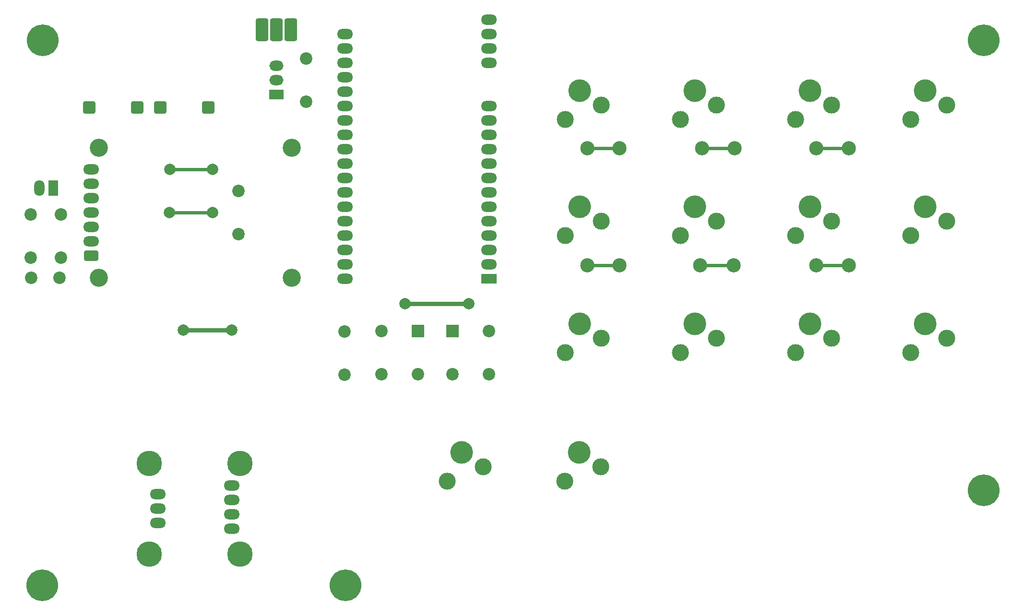
<source format=gbr>
%TF.GenerationSoftware,KiCad,Pcbnew,9.0.0*%
%TF.CreationDate,2025-06-20T14:44:33+02:00*%
%TF.ProjectId,MacroDecKnob,4d616372-6f44-4656-934b-6e6f622e6b69,rev?*%
%TF.SameCoordinates,Original*%
%TF.FileFunction,Copper,L1,Top*%
%TF.FilePolarity,Positive*%
%FSLAX46Y46*%
G04 Gerber Fmt 4.6, Leading zero omitted, Abs format (unit mm)*
G04 Created by KiCad (PCBNEW 9.0.0) date 2025-06-20 14:44:33*
%MOMM*%
%LPD*%
G01*
G04 APERTURE LIST*
G04 Aperture macros list*
%AMRoundRect*
0 Rectangle with rounded corners*
0 $1 Rounding radius*
0 $2 $3 $4 $5 $6 $7 $8 $9 X,Y pos of 4 corners*
0 Add a 4 corners polygon primitive as box body*
4,1,4,$2,$3,$4,$5,$6,$7,$8,$9,$2,$3,0*
0 Add four circle primitives for the rounded corners*
1,1,$1+$1,$2,$3*
1,1,$1+$1,$4,$5*
1,1,$1+$1,$6,$7*
1,1,$1+$1,$8,$9*
0 Add four rect primitives between the rounded corners*
20,1,$1+$1,$2,$3,$4,$5,0*
20,1,$1+$1,$4,$5,$6,$7,0*
20,1,$1+$1,$6,$7,$8,$9,0*
20,1,$1+$1,$8,$9,$2,$3,0*%
G04 Aperture macros list end*
%TA.AperFunction,ComponentPad*%
%ADD10C,2.200000*%
%TD*%
%TA.AperFunction,WasherPad*%
%ADD11C,4.000000*%
%TD*%
%TA.AperFunction,ComponentPad*%
%ADD12C,3.000000*%
%TD*%
%TA.AperFunction,ComponentPad*%
%ADD13R,2.500000X1.800000*%
%TD*%
%TA.AperFunction,ComponentPad*%
%ADD14O,2.500000X1.800000*%
%TD*%
%TA.AperFunction,ComponentPad*%
%ADD15R,2.800000X1.800000*%
%TD*%
%TA.AperFunction,ComponentPad*%
%ADD16O,2.800000X1.800000*%
%TD*%
%TA.AperFunction,ComponentPad*%
%ADD17C,3.200000*%
%TD*%
%TA.AperFunction,ComponentPad*%
%ADD18RoundRect,0.264706X0.985294X-0.635294X0.985294X0.635294X-0.985294X0.635294X-0.985294X-0.635294X0*%
%TD*%
%TA.AperFunction,ComponentPad*%
%ADD19R,1.800000X2.800000*%
%TD*%
%TA.AperFunction,ComponentPad*%
%ADD20O,1.800000X2.800000*%
%TD*%
%TA.AperFunction,ComponentPad*%
%ADD21C,4.500000*%
%TD*%
%TA.AperFunction,ComponentPad*%
%ADD22R,2.200000X2.200000*%
%TD*%
%TA.AperFunction,ComponentPad*%
%ADD23RoundRect,0.330000X0.770000X0.770000X-0.770000X0.770000X-0.770000X-0.770000X0.770000X-0.770000X0*%
%TD*%
%TA.AperFunction,ComponentPad*%
%ADD24C,5.600000*%
%TD*%
%TA.AperFunction,ComponentPad*%
%ADD25RoundRect,0.343750X-0.756250X-1.656250X0.756250X-1.656250X0.756250X1.656250X-0.756250X1.656250X0*%
%TD*%
%TA.AperFunction,ViaPad*%
%ADD26C,2.000000*%
%TD*%
%TA.AperFunction,ViaPad*%
%ADD27C,2.500000*%
%TD*%
%TA.AperFunction,Conductor*%
%ADD28C,0.600000*%
%TD*%
%TA.AperFunction,Conductor*%
%ADD29C,0.800000*%
%TD*%
G04 APERTURE END LIST*
D10*
%TO.P,R4,1*%
%TO.N,+3V3*%
X120548400Y-91440000D03*
%TO.P,R4,2*%
%TO.N,WK_UP*%
X120548400Y-99060000D03*
%TD*%
D11*
%TO.P,SW2,*%
%TO.N,*%
X175801867Y-49010000D03*
D12*
%TO.P,SW2,1,1*%
%TO.N,R1*%
X173261867Y-54090000D03*
%TO.P,SW2,2,2*%
%TO.N,C2*%
X179611867Y-51550000D03*
%TD*%
D13*
%TO.P,J7,1,Pin_1*%
%TO.N,GND*%
X101967600Y-49653800D03*
D14*
%TO.P,J7,2,Pin_2*%
%TO.N,Net-(J7-Pin_2)*%
X101967600Y-47113800D03*
%TO.P,J7,3,Pin_3*%
%TO.N,+5V*%
X101967600Y-44573800D03*
%TD*%
D11*
%TO.P,SW8,*%
%TO.N,*%
X216408000Y-69494400D03*
D12*
%TO.P,SW8,1,1*%
%TO.N,R2*%
X213868000Y-74574400D03*
%TO.P,SW8,2,2*%
%TO.N,C4*%
X220218000Y-72034400D03*
%TD*%
D15*
%TO.P,U1,J2-1,3V3*%
%TO.N,+3V3*%
X139446000Y-82169000D03*
D16*
%TO.P,U1,J2-2,EN*%
%TO.N,unconnected-(U1-EN-PadJ2-2)*%
X139446000Y-79629000D03*
%TO.P,U1,J2-3,SENSOR_VP*%
%TO.N,unconnected-(U1-SENSOR_VP-PadJ2-3)*%
X139446000Y-77089000D03*
%TO.P,U1,J2-4,SENSOR_VN*%
%TO.N,unconnected-(U1-SENSOR_VN-PadJ2-4)*%
X139446000Y-74549000D03*
%TO.P,U1,J2-5,IO34*%
%TO.N,unconnected-(U1-IO34-PadJ2-5)*%
X139446000Y-72009000D03*
%TO.P,U1,J2-6,IO35*%
%TO.N,VBat*%
X139446000Y-69469000D03*
%TO.P,U1,J2-7,IO32*%
%TO.N,C4*%
X139446000Y-66929000D03*
%TO.P,U1,J2-8,IO33*%
%TO.N,C3*%
X139446000Y-64389000D03*
%TO.P,U1,J2-9,IO25*%
%TO.N,C2*%
X139446000Y-61849000D03*
%TO.P,U1,J2-10,IO26*%
%TO.N,C1*%
X139446000Y-59309000D03*
%TO.P,U1,J2-11,IO27*%
%TO.N,R3*%
X139446000Y-56769000D03*
%TO.P,U1,J2-12,IO14*%
%TO.N,R2*%
X139446000Y-54229000D03*
%TO.P,U1,J2-13,IO12*%
%TO.N,R1*%
X139446000Y-51689000D03*
%TO.P,U1,J2-16,SD2*%
%TO.N,unconnected-(U1-SD2-PadJ2-16)*%
X139446000Y-44069000D03*
%TO.P,U1,J2-17,SD3*%
%TO.N,unconnected-(U1-SD3-PadJ2-17)*%
X139446000Y-41529000D03*
%TO.P,U1,J2-18,CMD*%
%TO.N,unconnected-(U1-CMD-PadJ2-18)*%
X139446000Y-38989000D03*
%TO.P,U1,J2-19,EXT_5V*%
%TO.N,+5V*%
X139446000Y-36449000D03*
%TO.P,U1,J3-1,GND3*%
%TO.N,GND*%
X114046000Y-82169000D03*
%TO.P,U1,J3-2,IO23*%
%TO.N,MOSI*%
X114046000Y-79629000D03*
%TO.P,U1,J3-3,IO22*%
%TO.N,SDA*%
X114046000Y-77089000D03*
%TO.P,U1,J3-4,TXD0*%
%TO.N,unconnected-(U1-TXD0-PadJ3-4)*%
X114046000Y-74549000D03*
%TO.P,U1,J3-5,RXD0*%
%TO.N,unconnected-(U1-RXD0-PadJ3-5)*%
X114046000Y-72009000D03*
%TO.P,U1,J3-6,IO21*%
%TO.N,SCL*%
X114046000Y-69469000D03*
%TO.P,U1,J3-7,GND2*%
%TO.N,unconnected-(U1-GND2-PadJ3-7)*%
X114046000Y-66929000D03*
%TO.P,U1,J3-8,IO19*%
%TO.N,BLK*%
X114046000Y-64389000D03*
%TO.P,U1,J3-9,IO18*%
%TO.N,SCLK*%
X114046000Y-61849000D03*
%TO.P,U1,J3-10,IO5*%
%TO.N,unconnected-(U1-IO5-PadJ3-10)*%
X114046000Y-59309000D03*
%TO.P,U1,J3-11,IO17*%
%TO.N,SW_2*%
X114046000Y-56769000D03*
%TO.P,U1,J3-12,IO16*%
%TO.N,unconnected-(U1-IO16-PadJ3-12)*%
X114046000Y-54229000D03*
%TO.P,U1,J3-13,IO4*%
%TO.N,RES*%
X114046000Y-51689000D03*
%TO.P,U1,J3-14,IO0*%
%TO.N,WK_UP*%
X114046000Y-49149000D03*
%TO.P,U1,J3-15,IO2*%
%TO.N,DC*%
X114046000Y-46609000D03*
%TO.P,U1,J3-16,IO15*%
%TO.N,SW_1*%
X114046000Y-44069000D03*
%TO.P,U1,J3-17,SD1*%
%TO.N,Argb*%
X114046000Y-41529000D03*
%TO.P,U1,J3-18,SD0*%
%TO.N,unconnected-(U1-SD0-PadJ3-18)*%
X114046000Y-38989000D03*
%TD*%
D17*
%TO.P,Display1,*%
%TO.N,*%
X70670800Y-82016200D03*
X104690800Y-82016200D03*
X70670800Y-59106200D03*
X104690800Y-59106200D03*
D18*
%TO.P,Display1,1,Gnd*%
%TO.N,GND*%
X69265800Y-78181200D03*
D16*
%TO.P,Display1,2,Vcc*%
%TO.N,+3V3*%
X69265800Y-75641200D03*
%TO.P,Display1,3,SCL*%
%TO.N,SCLK*%
X69265800Y-73101200D03*
%TO.P,Display1,4,SDA*%
%TO.N,MOSI*%
X69265800Y-70561200D03*
%TO.P,Display1,5,RES*%
%TO.N,RES*%
X69265800Y-68021200D03*
%TO.P,Display1,6,DC*%
%TO.N,DC*%
X69265800Y-65481200D03*
%TO.P,Display1,7,BLK*%
%TO.N,BLK*%
X69265800Y-62941200D03*
%TD*%
D11*
%TO.P,SW10,*%
%TO.N,*%
X175801867Y-90170000D03*
D12*
%TO.P,SW10,1,1*%
%TO.N,R3*%
X173261867Y-95250000D03*
%TO.P,SW10,2,2*%
%TO.N,C2*%
X179611867Y-92710000D03*
%TD*%
D10*
%TO.P,R3,1*%
%TO.N,+3V3*%
X113995200Y-91490800D03*
%TO.P,R3,2*%
%TO.N,SW_2*%
X113995200Y-99110800D03*
%TD*%
D19*
%TO.P,J1,1,Pin_1*%
%TO.N,Net-(J1-Pin_1)*%
X62629413Y-66245202D03*
D20*
%TO.P,J1,2,Pin_2*%
%TO.N,Net-(J1-Pin_2)*%
X60129413Y-66245202D03*
%TD*%
D21*
%TO.P,MD1,*%
%TO.N,*%
X79575000Y-114775000D03*
X79575000Y-130775000D03*
X95575000Y-114775000D03*
X95575000Y-130775000D03*
D16*
%TO.P,MD1,1,VCC*%
%TO.N,+3V3*%
X81075000Y-120235000D03*
%TO.P,MD1,2,OUT*%
%TO.N,unconnected-(MD1-OUT-Pad2)*%
X81075000Y-122775000D03*
%TO.P,MD1,3,GND*%
%TO.N,GND*%
X81075000Y-125315000D03*
%TO.P,MD1,4,GPO*%
%TO.N,unconnected-(MD1-GPO-Pad4)*%
X94077400Y-126280200D03*
%TO.P,MD1,5,SDA*%
%TO.N,SDA*%
X94077400Y-123740200D03*
%TO.P,MD1,6,SCL*%
%TO.N,SCL*%
X94077400Y-121200200D03*
%TO.P,MD1,7,DIR*%
%TO.N,unconnected-(MD1-DIR-Pad7)*%
X94077400Y-118660200D03*
%TD*%
D11*
%TO.P,SW5,*%
%TO.N,*%
X155498800Y-69494400D03*
D12*
%TO.P,SW5,1,1*%
%TO.N,R2*%
X152958800Y-74574400D03*
%TO.P,SW5,2,2*%
%TO.N,C1*%
X159308800Y-72034400D03*
%TD*%
D11*
%TO.P,SW14,*%
%TO.N,*%
X134616000Y-112826800D03*
D12*
%TO.P,SW14,1,1*%
%TO.N,GND*%
X132076000Y-117906800D03*
%TO.P,SW14,2,2*%
%TO.N,SW_2*%
X138426000Y-115366800D03*
%TD*%
D11*
%TO.P,SW7,*%
%TO.N,*%
X196104933Y-69494400D03*
D12*
%TO.P,SW7,1,1*%
%TO.N,R2*%
X193564933Y-74574400D03*
%TO.P,SW7,2,2*%
%TO.N,C3*%
X199914933Y-72034400D03*
%TD*%
D22*
%TO.P,D2,1,K*%
%TO.N,SW_2*%
X126919800Y-91440000D03*
D10*
%TO.P,D2,2,A*%
%TO.N,WK_UP*%
X126919800Y-99060000D03*
%TD*%
D11*
%TO.P,SW12,*%
%TO.N,*%
X216408000Y-90170000D03*
D12*
%TO.P,SW12,1,1*%
%TO.N,R3*%
X213868000Y-95250000D03*
%TO.P,SW12,2,2*%
%TO.N,C4*%
X220218000Y-92710000D03*
%TD*%
D23*
%TO.P,U2,1,OUT+*%
%TO.N,Net-(SW15-C)*%
X89951200Y-51996000D03*
%TO.P,U2,2,OUT-*%
%TO.N,GND*%
X81451200Y-51996000D03*
%TO.P,U2,3,B+*%
%TO.N,Net-(J1-Pin_1)*%
X77451200Y-51996000D03*
%TO.P,U2,4,B-*%
%TO.N,Net-(J1-Pin_2)*%
X68951200Y-51996000D03*
%TD*%
D11*
%TO.P,SW13,*%
%TO.N,*%
X155397200Y-112826800D03*
D12*
%TO.P,SW13,1,1*%
%TO.N,GND*%
X152857200Y-117906800D03*
%TO.P,SW13,2,2*%
%TO.N,SW_1*%
X159207200Y-115366800D03*
%TD*%
D10*
%TO.P,R5,1*%
%TO.N,Argb*%
X107200000Y-43380000D03*
%TO.P,R5,2*%
%TO.N,Net-(J7-Pin_2)*%
X107200000Y-51000000D03*
%TD*%
D11*
%TO.P,SW1,*%
%TO.N,*%
X155498800Y-49022000D03*
D12*
%TO.P,SW1,1,1*%
%TO.N,R1*%
X152958800Y-54102000D03*
%TO.P,SW1,2,2*%
%TO.N,C1*%
X159308800Y-51562000D03*
%TD*%
D10*
%TO.P,C1,1*%
%TO.N,VBat*%
X58727013Y-82018602D03*
%TO.P,C1,2*%
%TO.N,GND*%
X63727013Y-82018602D03*
%TD*%
D11*
%TO.P,SW3,*%
%TO.N,*%
X196104933Y-49010000D03*
D12*
%TO.P,SW3,1,1*%
%TO.N,R1*%
X193564933Y-54090000D03*
%TO.P,SW3,2,2*%
%TO.N,C3*%
X199914933Y-51550000D03*
%TD*%
D11*
%TO.P,SW4,*%
%TO.N,*%
X216408000Y-49010000D03*
D12*
%TO.P,SW4,1,1*%
%TO.N,R1*%
X213868000Y-54090000D03*
%TO.P,SW4,2,2*%
%TO.N,C4*%
X220218000Y-51550000D03*
%TD*%
D24*
%TO.P,J4,1,Pin_1*%
%TO.N,unconnected-(J4-Pin_1-Pad1)*%
X60688549Y-136336458D03*
%TD*%
D11*
%TO.P,SW9,*%
%TO.N,*%
X155498800Y-90170000D03*
D12*
%TO.P,SW9,1,1*%
%TO.N,R3*%
X152958800Y-95250000D03*
%TO.P,SW9,2,2*%
%TO.N,C1*%
X159308800Y-92710000D03*
%TD*%
D11*
%TO.P,SW11,*%
%TO.N,*%
X196104933Y-90170000D03*
D12*
%TO.P,SW11,1,1*%
%TO.N,R3*%
X193564933Y-95250000D03*
%TO.P,SW11,2,2*%
%TO.N,C3*%
X199914933Y-92710000D03*
%TD*%
D11*
%TO.P,SW6,*%
%TO.N,*%
X175801867Y-69494400D03*
D12*
%TO.P,SW6,1,1*%
%TO.N,R2*%
X173261867Y-74574400D03*
%TO.P,SW6,2,2*%
%TO.N,C2*%
X179611867Y-72034400D03*
%TD*%
D10*
%TO.P,R2,1*%
%TO.N,+3V3*%
X139446000Y-91440000D03*
%TO.P,R2,2*%
%TO.N,SW_1*%
X139446000Y-99060000D03*
%TD*%
D25*
%TO.P,SW15,1,B*%
%TO.N,+5V*%
X101955600Y-38227000D03*
%TO.P,SW15,2,C*%
%TO.N,Net-(SW15-C)*%
X99415600Y-38227000D03*
%TO.P,SW15,3,A*%
%TO.N,unconnected-(SW15-A-Pad3)*%
X104495600Y-38227000D03*
%TD*%
D22*
%TO.P,D1,1,K*%
%TO.N,SW_1*%
X133032500Y-91440000D03*
D10*
%TO.P,D1,2,A*%
%TO.N,WK_UP*%
X133032500Y-99060000D03*
%TD*%
D24*
%TO.P,J3,1,Pin_1*%
%TO.N,unconnected-(J3-Pin_1-Pad1)*%
X114199000Y-136315010D03*
%TD*%
%TO.P,J5,1,Pin_1*%
%TO.N,unconnected-(J5-Pin_1-Pad1)*%
X226797010Y-40160535D03*
%TD*%
%TO.P,J2,1,Pin_1*%
%TO.N,unconnected-(J2-Pin_1-Pad1)*%
X226730007Y-119542000D03*
%TD*%
D10*
%TO.P,R7,1*%
%TO.N,VBat*%
X63942113Y-78510702D03*
%TO.P,R7,2*%
%TO.N,GND*%
X63942113Y-70890702D03*
%TD*%
%TO.P,R1,1*%
%TO.N,+3V3*%
X95250000Y-74371200D03*
%TO.P,R1,2*%
%TO.N,BLK*%
X95250000Y-66751200D03*
%TD*%
D24*
%TO.P,J6,1,Pin_1*%
%TO.N,unconnected-(J6-Pin_1-Pad1)*%
X60705993Y-40131987D03*
%TD*%
D10*
%TO.P,R6,1*%
%TO.N,Net-(J1-Pin_1)*%
X58608113Y-70890702D03*
%TO.P,R6,2*%
%TO.N,VBat*%
X58608113Y-78510702D03*
%TD*%
D26*
%TO.N,MOSI*%
X83134200Y-70561200D03*
X90678000Y-70561200D03*
%TO.N,BLK*%
X90678000Y-62941200D03*
X83185000Y-62941200D03*
D27*
%TO.N,R1*%
X197205600Y-59182000D03*
X177063400Y-59182000D03*
X182803800Y-59182000D03*
X202996800Y-59182000D03*
X156819600Y-59182000D03*
X162483800Y-59182000D03*
%TO.N,R2*%
X182676800Y-79806800D03*
X176758600Y-79806800D03*
X156819600Y-79806800D03*
X202971400Y-79806800D03*
X197205600Y-79806800D03*
X162483800Y-79806800D03*
D26*
%TO.N,+3V3*%
X85547200Y-91287600D03*
X124663200Y-86588600D03*
X94081600Y-91287600D03*
X135890000Y-86588600D03*
%TD*%
D28*
%TO.N,MOSI*%
X83134200Y-70561200D02*
X90678000Y-70561200D01*
%TO.N,BLK*%
X83185000Y-62941200D02*
X90678000Y-62941200D01*
%TO.N,R1*%
X177241200Y-59182000D02*
X182803800Y-59182000D01*
X197205600Y-59182000D02*
X202996800Y-59182000D01*
X156718000Y-59182000D02*
X162483800Y-59182000D01*
%TO.N,R2*%
X197205600Y-79806800D02*
X202971400Y-79806800D01*
X156718000Y-79806800D02*
X162483800Y-79806800D01*
X176758600Y-79806800D02*
X182676800Y-79806800D01*
D29*
%TO.N,+3V3*%
X85547200Y-91287600D02*
X94081600Y-91287600D01*
X124663200Y-86588600D02*
X135890000Y-86588600D01*
%TD*%
M02*

</source>
